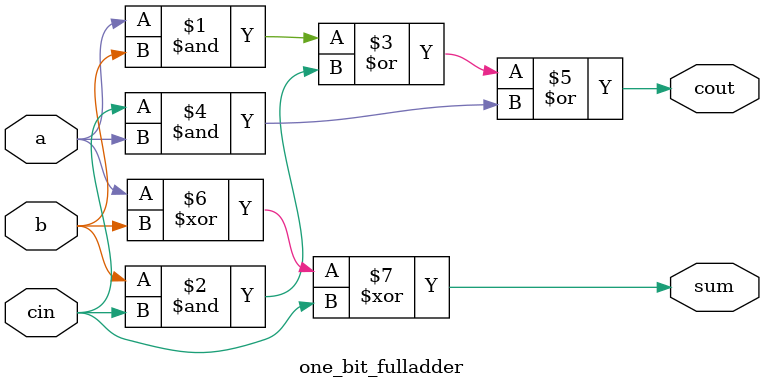
<source format=v>
module top_module (
    input [3:0] x,
    input [3:0] y, 
    output [4:0] sum);
    wire[4:0] cout;

    one_bit_fulladder instance1(x[0], y[0], 0, cout[0], sum[0]);
    one_bit_fulladder instance2(x[1], y[1], cout[0], cout[1], sum[1]);
    one_bit_fulladder instance3(x[2], y[2], cout[1], cout[2], sum[2]);
    one_bit_fulladder instance4(x[3], y[3], cout[2], sum[4], sum[3]);
  
endmodule

module one_bit_fulladder(input a, b, cin, output cout, sum);
    assign cout = a&b|b&cin|cin&a;
    assign sum = a^b^cin;
endmodule
    

</source>
